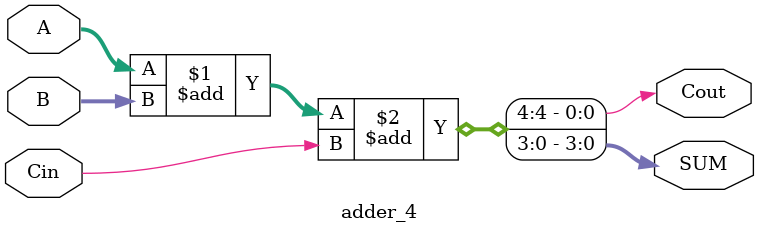
<source format=v>
/**74HC283 4?????? **/
module adder_4(
  input [3:0] A,         //??????
  input [3:0] B,         //??????
  input Cin,
  output [3:0] SUM,           //??????????????
  output Cout
);
  assign {Cout,SUM} = A + B +Cin;//????
endmodule

</source>
